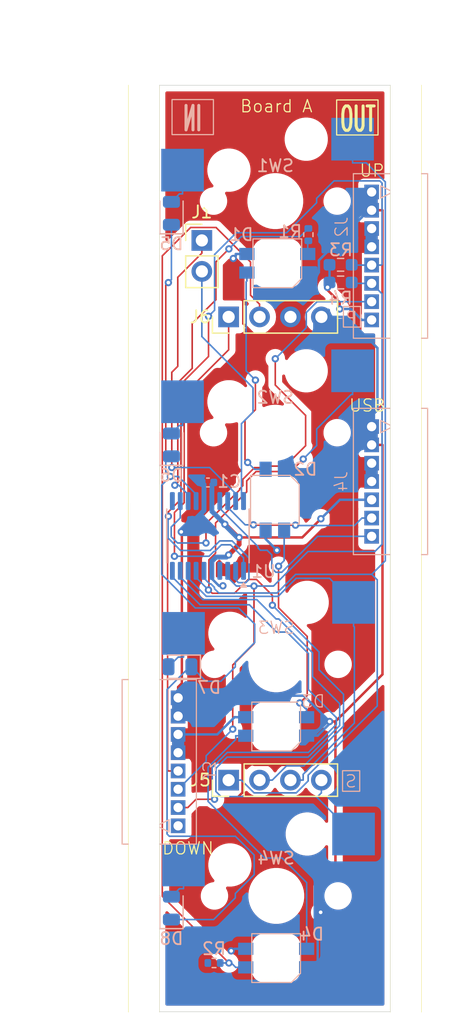
<source format=kicad_pcb>
(kicad_pcb (version 20240108) (generator "pcbnew") (generator_version "8.0")
  (layers (0 "F.Cu" signal) (1 "In1.Cu" signal) (2 "In2.Cu" signal) (31 "B.Cu" signal) (34 "B.Paste" user) (35 "F.Paste" user) (36 "B.SilkS" user "B.Silkscreen") (37 "F.SilkS" user "F.Silkscreen") (38 "B.Mask" user) (39 "F.Mask" user) (44 "Edge.Cuts" user))
  (net 0 "")
  (net 1 "Net-(D1-DOUT)")
  (net 2 "+5V")
  (net 3 "Net-(D1-DIN)")
  (net 4 "GND")
  (net 5 "Net-(D2-DOUT)")
  (net 6 "Net-(D3-DOUT)")
  (net 7 "/LED2")
  (net 8 "/SW1")
  (net 9 "/SW2")
  (net 10 "/SW3")
  (net 11 "/SW4")
  (net 12 "/SDA")
  (net 13 "+3.3V")
  (net 14 "/RDYout")
  (net 15 "/DP")
  (net 16 "/DM")
  (net 17 "/SWCLK")
  (net 18 "/SWDIO")
  (net 19 "/SCL")
  (net 20 "/RDYin")
  (net 21 "/LED")
  (net 22 "Net-(D5-A)")
  (net 24 "/COM1")
  (net 26 "Net-(D6-A)")
  (net 27 "Net-(D7-A)")
  (net 28 "Net-(D8-A)")
  (net 29 "/COM2")
  (footprint "Connector_PinHeader_2.54mm:PinHeader_1x04_P2.54mm_Vertical" (layer "F.Cu") (at 65.7 79 90)
    (property "Reference" "J6")
    (property "Value" "Conn_Proxy2")
  )
  (footprint "Library:CUT" (layer "F.Cu") (at 58.74 98.01)
    (property "Reference" "CUT1" (hide yes))
    (property "Value" "CUT" (hide yes))
  )
  (footprint "Connector_PinHeader_2.54mm:PinHeader_1x04_P2.54mm_Vertical" (layer "F.Cu") (at 65.7 117 90)
    (property "Reference" "J5")
    (property "Value" "Conn_Proxy1")
  )
  (footprint "Connector_PinHeader_2.54mm:PinHeader_1x02_P2.54mm_Vertical" (layer "F.Cu") (at 63.5 72.725)
    (property "Reference" "J1")
    (property "Value" "Conn_SWD")
  )
  (footprint "Library:CUT" (layer "F.Cu") (at 80.26 98.01)
    (property "Reference" "CUT2" (hide yes))
    (property "Value" "CUT" (hide yes))
  )
  (footprint "Library:SK6812MINIe (Reverse)" (layer "B.Cu") (at 69.604 131.6 180)
    (property "Reference" "D4")
    (property "Value" "SK6812MINIe")
  )
  (footprint "Diode_SMD:D_0805_2012Metric" (layer "B.Cu") (at 61 127.5 90)
    (property "Reference" "D8")
    (property "Value" "D")
  )
  (footprint "Library:Keyswitch" (layer "B.Cu") (at 69.535 88.5 180)
    (property "Reference" "SW2")
    (property "Value" "SW_Push")
  )
  (footprint "Resistor_SMD:R_0603_1608Metric_Pad0.98x0.95mm_HandSolder" (layer "B.Cu") (at 74.9 74.725 180)
    (property "Reference" "R3")
    (property "Value" "1K")
  )
  (footprint "Library:SK6812MINIe (Reverse)" (layer "B.Cu") (at 69.604 112.6 180)
    (property "Reference" "D3")
    (property "Value" "SK6812MINIe")
  )
  (footprint "Library:JST_S8B_ZR" (layer "B.Cu") (at 77.45 74 -90)
    (property "Reference" "J2")
    (property "Value" "Conn_Upstream")
  )
  (footprint "Library:Keyswitch" (layer "B.Cu") (at 69.615 126.5 180)
    (property "Reference" "SW4")
    (property "Value" "SW_Push")
  )
  (footprint "Library:SK6812MINIe (Reverse)" (layer "B.Cu") (at 69.7 74.6 180)
    (property "Reference" "D1")
    (property "Value" "SK6812MINIe")
  )
  (footprint "Resistor_SMD:R_0402_1005Metric" (layer "B.Cu") (at 64.5 132 180)
    (property "Reference" "R2")
    (property "Value" "510")
  )
  (footprint "Package_SO:TSSOP-20_4.4x6.5mm_P0.65mm" (layer "B.Cu") (at 64 96.9675 90)
    (property "Reference" "U1")
    (property "Value" "STM32F042F4Px")
  )
  (footprint "Library:Keyswitch" (layer "B.Cu") (at 69.615 107.5 180)
    (property "Reference" "SW3")
    (property "Value" "SW_Push")
  )
  (footprint "Resistor_SMD:R_0402_1005Metric" (layer "B.Cu") (at 72.25 72.25 -90)
    (property "Reference" "R1")
    (property "Value" "510")
  )
  (footprint "Library:JST_S7B_ZR" (layer "B.Cu") (at 77.45 92.5 -90)
    (property "Reference" "J4")
    (property "Value" "JST_ZH_7P")
  )
  (footprint "Resistor_SMD:R_0603_1608Metric_Pad0.98x0.95mm_HandSolder" (layer "B.Cu") (at 74.9 76.175 180)
    (property "Reference" "R4")
    (property "Value" "1K")
  )
  (footprint "Diode_SMD:D_0805_2012Metric" (layer "B.Cu") (at 61 70.5 90)
    (property "Reference" "D5")
    (property "Value" "D")
  )
  (footprint "Capacitor_SMD:C_0402_1005Metric" (layer "B.Cu") (at 64 92.583 180)
    (property "Reference" "C1")
    (property "Value" "0.1u")
  )
  (footprint "Library:Keyswitch" (layer "B.Cu") (at 69.535 69.5 180)
    (property "Reference" "SW1")
    (property "Value" "SW_Push")
  )
  (footprint "Library:JST_S8B_ZR" (layer "B.Cu") (at 61.55 115.5 90)
    (property "Reference" "J3")
    (property "Value" "Conn_Downstream")
  )
  (footprint "Diode_SMD:D_0805_2012Metric" (layer "B.Cu") (at 61 89.5 90)
    (property "Reference" "D6")
    (property "Value" "D")
  )
  (footprint "Library:SK6812MINIe (Reverse)" (layer "B.Cu") (at 69.5 94 -90)
    (property "Reference" "D2")
    (property "Value" "SK6812MINIe")
  )
  (footprint "Diode_SMD:D_0805_2012Metric" (layer "B.Cu") (at 61.7 107.7 180)
    (property "Reference" "D7")
    (property "Value" "D")
  )
  (gr_rect (start 61.05 61.17) (end 64.45 64.045) (stroke (width 0.1)) (fill none) (layer "B.SilkS"))
  (gr_rect (start 75.13 78.145) (end 76.54 79.835) (stroke (width 0.1)) (fill none) (layer "B.SilkS"))
  (gr_rect (start 75.06 116.225) (end 76.47 117.915) (stroke (width 0.1)) (fill none) (layer "B.SilkS"))
  (gr_rect (start 74.575 61.2) (end 77.975 64.075) (stroke (width 0.1)) (fill none) (layer "F.SilkS"))
  (gr_line (start 60 136) (end 60 60) (stroke (width 0.05)) (layer "Edge.Cuts"))
  (gr_line (start 79 136) (end 60 136) (stroke (width 0.05)) (layer "Edge.Cuts"))
  (gr_line (start 79 60) (end 79 136) (stroke (width 0.05)) (layer "Edge.Cuts"))
  (gr_line (start 60 60) (end 79 60) (stroke (width 0.05)) (layer "Edge.Cuts"))
  (gr_text "S" (at 76.29 117.685 0) (layer "B.SilkS") (effects (font (size 1 1) (thickness 0.1)) (justify left bottom mirror)))
  (gr_text "P" (at 76.36 79.675 0) (layer "B.SilkS") (effects (font (size 1 1) (thickness 0.1)) (justify left bottom mirror)))
  (gr_text "IN" (at 63.65 63.91 0) (layer "B.SilkS") (effects (font (size 2 1) (thickness 0.25) (bold yes)) (justify left bottom mirror)))
  (gr_text "DOWN" (at 60.17 123.18 0) (layer "F.SilkS") (effects (font (size 1 1) (thickness 0.1)) (justify left bottom)))
  (gr_text "Board A" (at 66.58 62.3 0) (layer "F.SilkS") (effects (font (size 1 1) (thickness 0.1)) (justify left bottom)))
  (gr_text "OUT" (at 74.725 63.95 0) (layer "F.SilkS") (effects (font (size 2 1) (thickness 0.25) (bold yes)) (justify left bottom)))
  (gr_text "USB" (at 75.53 86.85 0) (layer "F.SilkS") (effects (font (size 1 1) (thickness 0.1)) (justify left bottom)))
  (gr_text "UP" (at 76.39 67.58 0) (layer "F.SilkS") (effects (font (size 1 1) (thickness 0.1)) (justify left bottom)))
  (segment (start 67.0451 87.4688) (end 67.8994 86.6145) (width 0.13) (layer "F.Cu") (net 1))
  (segment (start 67.8994 86.6145) (end 67.8994 84.1857) (width 0.13) (layer "F.Cu") (net 1))
  (segment (start 67.2643 90.9402) (end 67.0451 90.721) (width 0.13) (layer "F.Cu") (net 1))
  (segment (start 67.0451 90.721) (end 67.0451 87.4688) (width 0.13) (layer "F.Cu") (net 1))
  (via (at 67.8994 84.1857) (size 0.6) (drill 0.3) (layers "F.Cu" "B.Cu") (net 1))
  (via (at 67.2643 90.9402) (size 0.6) (drill 0.3) (layers "F.Cu" "B.Cu") (net 1))
  (segment (start 68.738 91.5) (end 67.8241 91.5) (width 0.13) (layer "B.Cu") (net 1))
  (segment (start 67.138 76.1191) (end 67.2 76.0571) (width 0.13) (layer "B.Cu") (net 1))
  (segment (start 67.8994 84.1857) (end 67.138 83.4243) (width 0.13) (layer "B.Cu") (net 1))
  (segment (start 67.8241 91.5) (end 67.2643 90.9402) (width 0.13) (layer "B.Cu") (net 1))
  (segment (start 67.138 83.4243) (end 67.138 76.1191) (width 0.13) (layer "B.Cu") (net 1))
  (segment (start 67.2 75.362) (end 67.2 76.0571) (width 0.13) (layer "B.Cu") (net 1))
  (segment (start 76.825 92.5) (end 77.4349 91.8901) (width 0.2) (layer "F.Cu") (net 2))
  (segment (start 77.4349 91.8901) (end 77.45 91.8901) (width 0.2) (layer "F.Cu") (net 2))
  (segment (start 61.55 113.25) (end 61.55 114.75) (width 1) (layer "F.Cu") (net 2))
  (segment (start 72.45 73.05) (end 73.75 71.75) (width 1) (layer "F.Cu") (net 2))
  (segment (start 66.0837 74.2064) (end 66.9035 75.0262) (width 0.2) (layer "F.Cu") (net 2))
  (segment (start 73.75 71.75) (end 77.45 71.75) (width 1) (layer "F.Cu") (net 2))
  (segment (start 74.5 94.2) (end 76.2 92.5) (width 1) (layer "F.Cu") (net 2))
  (segment (start 62.8 85.6677) (end 62.8 108.92) (width 1) (layer "F.Cu") (net 2))
  (segment (start 66.8402 115.2047) (end 66.8402 118.0194) (width 0.2) (layer "F.Cu") (net 2))
  (segment (start 77.45 91) (end 74.8151 91) (width 1) (layer "F.Cu") (net 2))
  (segment (start 67.8791 115.35) (end 71.3289 115.35) (width 1) (layer "F.Cu") (net 2))
  (segment (start 73 113.679) (end 73 104.792) (width 1) (layer "F.Cu") (net 2))
  (segment (start 74.5 103.292) (end 74.5 98.2526) (width 1) (layer "F.Cu") (net 2))
  (segment (start 62.84 108.96) (end 62.84 113.04) (width 1) (layer "F.Cu") (net 2))
  (segment (start 66.095 83.685) (end 64.7827 83.685) (width 1) (layer "F.Cu") (net 2))
  (segment (start 76.115 82.685) (end 76.115 78.677228) (width 1) (layer "F.Cu") (net 2))
  (segment (start 74.5 98.2526) (end 74.5 94.2) (width 1) (layer "F.Cu") (net 2))
  (segment (start 70.78 79) (end 68.5656 81.2144) (width 1) (layer "F.Cu") (net 2))
  (segment (start 66.9035 79.5523) (end 68.5656 81.2144) (width 0.2) (layer "F.Cu") (net 2))
  (segment (start 71.3289 115.35) (end 73 113.679) (width 1) (layer "F.Cu") (net 2))
  (segment (start 62.84 113.04) (end 62.63 113.25) (width 1) (layer "F.Cu") (net 2))
  (segment (start 76.2 92.5) (end 76.825 92.5) (width 1) (layer "F.Cu") (net 2))
  (segment (start 62.8 108.92) (end 62.84 108.96) (width 1) (layer "F.Cu") (net 2))
  (segment (start 72.9887 89.1736) (end 72.9887 85.8113) (width 1) (layer "F.Cu") (net 2))
  (segment (start 76.15 78.642228) (end 76.15 73.25) (width 1) (layer "F.Cu") (net 2))
  (segment (start 73 104.792) (end 74.5 103.292) (width 1) (layer "F.Cu") (net 2))
  (segment (start 77.45 71.75) (end 76.05 71.75) (width 1) (layer "F.Cu") (net 2))
  (segment (start 67.287 114.7579) (end 67.8791 115.35) (width 1) (layer "F.Cu") (net 2))
  (segment (start 76.15 73.25) (end 77.45 73.25) (width 1) (layer "F.Cu") (net 2))
  (segment (start 77.45 91) (end 77.45 92.5) (width 1) (layer "F.Cu") (net 2))
  (segment (start 64.7827 83.685) (end 62.8 85.6677) (width 1) (layer "F.Cu") (net 2))
  (segment (start 70.78 79) (end 72.45 77.33) (width 1) (layer "F.Cu") (net 2))
  (segment (start 76.825 92.5) (end 77.45 92.5) (width 1) (layer "F.Cu") (net 2))
  (segment (start 74.5 98.2526) (end 69.77511 98.2526) (width 0.2) (layer "F.Cu") (net 2))
  (segment (start 77.45 71.75) (end 77.45 73.25) (width 1) (layer "F.Cu") (net 2))
  (segment (start 63.0409 121.8187) (end 63.0409 128.1377) (width 0.2) (layer "F.Cu") (net 2))
  (segment (start 61.55 114.75) (end 67.2791 114.75) (width 1) (layer "F.Cu") (net 2))
  (segment (start 62.63 113.25) (end 61.55 113.25) (width 1) (layer "F.Cu") (net 2))
  (segment (start 69.77511 98.2526) (end 69.66341 98.1409) (width 0.2) (layer "F.Cu") (net 2))
  (segment (start 67.287 114.7579) (end 66.8402 115.2047) (width 0.2) (layer "F.Cu") (net 2))
  (segment (start 74.8151 91) (end 72.9887 89.1736) (width 1) (layer "F.Cu") (net 2))
  (segment (start 77.45 91) (end 77.45 91.8901) (width 0.2) (layer "F.Cu") (net 2))
  (segment (start 67.2791 114.75) (end 67.287 114.7579) (width 1) (layer "F.Cu") (net 2))
  (segment (start 63.0409 128.1377) (end 65.9106 131.0074) (width 0.2) (layer "F.Cu") (net 2))
  (segment (start 76.115 78.677228) (end 76.15 78.642228) (width 1) (layer "F.Cu") (net 2))
  (segment (start 68.5656 81.2144) (end 66.095 83.685) (width 1) (layer "F.Cu") (net 2))
  (segment (start 72.9887 85.8113) (end 76.115 82.685) (width 1) (layer "F.Cu") (net 2))
  (segment (start 66.9035 75.0262) (end 66.9035 79.5523) (width 0.2) (layer "F.Cu") (net 2))
  (segment (start 66.8402 118.0194) (end 63.0409 121.8187) (width 0.2) (layer "F.Cu") (net 2))
  (segment (start 72.45 77.33) (end 72.45 73.05) (width 1) (layer "F.Cu") (net 2))
  (via (at 66.0837 74.2064) (size 0.6) (drill 0.3) (layers "F.Cu" "B.Cu") (net 2))
  (via (at 69.66341 98.1409) (size 0.6) (drill 0.3) (layers "F.Cu" "B.Cu") (net 2))
  (via (at 65.9106 131.0074) (size 0.6) (drill 0.3) (layers "F.Cu" "B.Cu") (net 2))
  (segment (start 67.104 130.838) (end 66.1889 130.838) (width 0.2) (layer "B.Cu") (net 2))
  (segment (start 66.1889 111.838) (end 66.1835 111.838) (width 0.2) (layer "B.Cu") (net 2))
  (segment (start 77.45 71.75) (end 77.45 73.25) (width 1) (layer "B.Cu") (net 2))
  (segment (start 68.738 96.5) (end 68.738 97.21549) (width 0.2) (layer "B.Cu") (net 2))
  (segment (start 66.1835 111.838) (end 64.7715 113.25) (width 0.2) (layer "B.Cu") (net 2))
  (segment (start 68.738 97.21549) (end 69.66341 98.1409) (width 0.2) (layer "B.Cu") (net 2))
  (segment (start 67.104 111.838) (end 66.1889 111.838) (width 0.2) (layer "B.Cu") (net 2))
  (segment (start 66.2849 74.0052) (end 66.0837 74.2064) (width 0.2) (layer "B.Cu") (net 2))
  (segment (start 77.45 91) (end 77.45 92.5) (width 1) (layer "B.Cu") (net 2))
  (segment (start 66.0195 131.0074) (end 66.1889 130.838) (width 0.2) (layer "B.Cu") (net 2))
  (segment (start 61.55 113.25) (end 61.55 114.75) (width 1) (layer "B.Cu") (net 2))
  (segment (start 66.2849 73.838) (end 66.2849 74.0052) (width 0.2) (layer "B.Cu") (net 2))
  (segment (start 65.9106 131.0074) (end 66.0195 131.0074) (width 0.2) (layer "B.Cu") (net 2))
  (segment (start 67.2 73.838) (end 66.2849 73.838) (width 0.2) (layer "B.Cu") (net 2))
  (segment (start 64.7715 113.25) (end 61.55 113.25) (width 0.2) (layer "B.Cu") (net 2))
  (segment (start 72.2 72.81) (end 72.2 73.838) (width 0.13) (layer "B.Cu") (net 3))
  (segment (start 72.25 72.76) (end 72.2 72.81) (width 0.13) (layer "B.Cu") (net 3))
  (segment (start 74.4754 124.5439) (end 73.2606 125.7587) (width 0.2) (layer "F.Cu") (net 4))
  (segment (start 74.4754 112.19) (end 74.4754 124.5439) (width 0.2) (layer "F.Cu") (net 4))
  (segment (start 61.55 109.3599) (end 61.8574 109.0525) (width 0.2) (layer "F.Cu") (net 4))
  (segment (start 61.8574 96.6827) (end 61.8066 96.6319) (width 0.2) (layer "F.Cu") (net 4))
  (segment (start 74.4754 112.19) (end 73.9968 112.19) (width 0.2) (layer "F.Cu") (net 4))
  (segment (start 77.45 88) (end 77.45 89.5) (width 1) (layer "F.Cu") (net 4))
  (segment (start 77.45 88) (end 77.45 87.1099) (width 0.2) (layer "F.Cu") (net 4))
  (segment (start 78.3401 108.3253) (end 74.4754 112.19) (width 0.2) (layer "F.Cu") (net 4))
  (segment (start 77.45 68.75) (end 77.45 70.25) (width 1) (layer "F.Cu") (net 4))
  (segment (start 77.45 70.25) (end 78.3401 70.25) (width 0.2) (layer "F.Cu") (net 4))
  (segment (start 73.2606 125.7587) (end 73.2606 127.8436) (width 0.2) (layer "F.Cu") (net 4))
  (segment (start 78.3401 86.2198) (end 77.45 87.1099) (width 0.2) (layer "F.Cu") (net 4))
  (segment (start 61.8574 109.0525) (end 61.8574 96.6827) (width 0.2) (layer "F.Cu") (net 4))
  (segment (start 78.3401 70.25) (end 78.3401 86.2198) (width 0.2) (layer "F.Cu") (net 4))
  (segment (start 61.55 110.25) (end 61.55 111.75) (width 1) (layer "F.Cu") (net 4))
  (segment (start 61.55 110.25) (end 61.55 109.3599) (width 0.2) (layer "F.Cu") (net 4))
  (segment (start 78.3401 89.5) (end 78.3401 108.3253) (width 0.2) (layer "F.Cu") (net 4))
  (segment (start 77.45 89.5) (end 78.3401 89.5) (width 0.2) (layer "F.Cu") (net 4))
  (via (at 73.2606 127.8436) (size 0.6) (drill 0.3) (layers "F.Cu" "B.Cu") (net 4))
  (via (at 61.8066 96.6319) (size 0.6) (drill 0.3) (layers "F.Cu" "B.Cu") (net 4))
  (via (at 73.9968 112.19) (size 0.6) (drill 0.3) (layers "F.Cu" "B.Cu") (net 4))
  (segment (start 77.9252 86.6347) (end 77.9252 81.5473) (width 0.2) (layer "B.Cu") (net 4))
  (segment (start 73.0191 132.35) (end 73.0191 128.0851) (width 0.2) (layer "B.Cu") (net 4))
  (segment (start 77.3738 70.1737) (end 77.3737 70.1737) (width 0.2) (layer "B.Cu") (net 4))
  (segment (start 77.45 68.75) (end 77.45 70.25) (width 1) (layer "B.Cu") (net 4))
  (segment (start 73.1151 74.357322) (end 77.222422 70.25) (width 0.2) (layer "B.Cu") (net 4))
  (segment (start 63.675 92.738) (end 63.675 94.105) (width 0.4) (layer "B.Cu") (net 4))
  (segment (start 77.45 87.1099) (end 77.9252 86.6347) (width 0.2) (layer "B.Cu") (net 4))
  (segment (start 72.2 75.35) (end 73.1151 75.35) (width 0.2) (layer "B.Cu") (net 4))
  (segment (start 73.9968 112.19) (end 73.9968 112.3723) (width 0.2) (layer "B.Cu") (net 4))
  (segment (start 77.45 70.25) (end 77.3738 70.1737) (width 0.2) (layer "B.Cu") (net 4))
  (segment (start 71.8814 110.0746) (end 70.6961 110.0746) (width 0.2) (layer "B.Cu") (net 4))
  (segment (start 77.222422 70.25) (end 77.45 70.25) (width 0.2) (layer "B.Cu") (net 4))
  (segment (start 77.3737 69.7164) (end 77.45 69.6401) (width 0.2) (layer "B.Cu") (net 4))
  (segment (start 63.675 92.738) (end 63.52 92.583) (width 0.2) (layer "B.Cu") (net 4))
  (segment (start 74.5599 91.5) (end 71.0401 91.5) (width 0.2) (layer "B.Cu") (net 4))
  (segment (start 77.45 88) (end 77.45 89.5) (width 1) (layer "B.Cu") (net 4))
  (segment (start 77.9252 81.5473) (end 75.3779 79) (width 0.2) (layer "B.Cu") (net 4))
  (segment (start 70.5207 110.25) (end 61.55 110.25) (width 0.2) (layer "B.Cu") (net 4))
  (segment (start 76.5599 89.5) (end 74.5599 91.5) (width 0.2) (layer "B.Cu") (net 4))
  (segment (start 75.3779 79) (end 73.32 79) (width 0.2) (layer "B.Cu") (net 4))
  (segment (start 73.9968 112.19) (end 71.8814 110.0746) (width 0.2) (layer "B.Cu") (net 4))
  (segment (start 72.104 113.35) (end 73.0191 113.35) (width 0.2) (layer "B.Cu") (net 4))
  (segment (start 77.3737 70.1737) (end 77.3737 69.7164) (width 0.2) (layer "B.Cu") (net 4))
  (segment (start 77.45 89.5) (end 76.5599 89.5) (width 0.2) (layer "B.Cu") (net 4))
  (segment (start 61.931336 96.6319) (end 63.675 94.888236) (width 0.4) (layer "B.Cu") (net 4))
  (segment (start 70.25 91.5) (end 71.0401 91.5) (width 0.2) (layer "B.Cu") (net 4))
  (segment (start 70.6961 110.0746) (end 70.5207 110.25) (width 0.2) (layer "B.Cu") (net 4))
  (segment (start 72.104 132.35) (end 73.0191 132.35) (width 0.2) (layer "B.Cu") (net 4))
  (segment (start 63.675 94.888236) (end 63.675 94.105) (width 0.4) (layer "B.Cu") (net 4))
  (segment (start 77.45 88) (end 77.45 87.1099) (width 0.2) (layer "B.Cu") (net 4))
  (segment (start 73.9968 112.3723) (end 73.0191 113.35) (width 0.2) (layer "B.Cu") (net 4))
  (segment (start 61.8066 96.6319) (end 61.931336 96.6319) (width 0.4) (layer "B.Cu") (net 4))
  (segment (start 61.55 110.25) (end 61.55 111.75) (width 1) (layer "B.Cu") (net 4))
  (segment (start 73.0191 128.0851) (end 73.2606 127.8436) (width 0.2) (layer "B.Cu") (net 4))
  (segment (start 77.45 68.75) (end 77.45 69.6401) (width 0.2) (layer "B.Cu") (net 4))
  (segment (start 73.1151 75.35) (end 73.1151 74.357322) (width 0.2) (layer "B.Cu") (net 4))
  (segment (start 72.1573 110.056) (end 71.5445 110.6688) (width 0.13) (layer "F.Cu") (net 5))
  (segment (start 69.7998 99.451) (end 69.7998 102.8545) (width 0.13) (layer "F.Cu") (net 5))
  (segment (start 72.1573 105.212) (end 72.1573 110.056) (width 0.13) (layer "F.Cu") (net 5))
  (segment (start 69.7998 102.8545) (end 72.1573 105.212) (width 0.13) (layer "F.Cu") (net 5))
  (via (at 71.5445 110.6688) (size 0.6) (drill 0.3) (layers "F.Cu" "B.Cu") (net 5))
  (via (at 69.7998 99.451) (size 0.6) (drill 0.3) (layers "F.Cu" "B.Cu") (net 5))
  (segment (start 72.0186 111.1429) (end 72.104 111.1429) (width 0.13) (layer "B.Cu") (net 5))
  (segment (start 70.262 96.5) (end 70.262 98.9888) (width 0.13) (layer "B.Cu") (net 5))
  (segment (start 72.104 111.838) (end 72.104 111.1429) (width 0.13) (layer "B.Cu") (net 5))
  (segment (start 71.5445 110.6688) (end 72.0186 111.1429) (width 0.13) (layer "B.Cu") (net 5))
  (segment (start 70.262 98.9888) (end 69.7998 99.451) (width 0.13) (layer "B.Cu") (net 5))
  (segment (start 72.1137 125.4111) (end 72.1137 130.1332) (width 0.13) (layer "B.Cu") (net 6))
  (segment (start 64.0113 115.9391) (end 64.0113 118.7462) (width 0.13) (layer "B.Cu") (net 6))
  (segment (start 70.0928 123.3902) (end 72.1137 125.4111) (width 0.13) (layer "B.Cu") (net 6))
  (segment (start 66.2839 113.6665) (end 64.0113 115.9391) (width 0.13) (layer "B.Cu") (net 6))
  (segment (start 66.2839 113.362) (end 66.2839 113.6665) (width 0.13) (layer "B.Cu") (net 6))
  (segment (start 68.6553 123.3902) (end 70.0928 123.3902) (width 0.13) (layer "B.Cu") (net 6))
  (segment (start 64.0113 118.7462) (end 68.6553 123.3902) (width 0.13) (layer "B.Cu") (net 6))
  (segment (start 67.104 113.362) (end 66.2839 113.362) (width 0.13) (layer "B.Cu") (net 6))
  (segment (start 72.104 130.838) (end 72.104 130.1429) (width 0.13) (layer "B.Cu") (net 6))
  (segment (start 72.1137 130.1332) (end 72.104 130.1429) (width 0.13) (layer "B.Cu") (net 6))
  (segment (start 64.6671 71.6641) (end 62.5771 71.6641) (width 0.13) (layer "F.Cu") (net 7))
  (segment (start 67.501 74.498) (end 64.6671 71.6641) (width 0.13) (layer "F.Cu") (net 7))
  (segment (start 60.2515 126.529) (end 65.7225 132) (width 0.13) (layer "F.Cu") (net 7))
  (segment (start 68.24 79) (end 68.24 77.9549) (width 0.13) (layer "F.Cu") (net 7))
  (segment (start 67.501 77.2159) (end 67.501 74.498) (width 0.13) (layer "F.Cu") (net 7))
  (segment (start 62.5771 71.6641) (end 60.2515 73.9897) (width 0.13) (layer "F.Cu") (net 7))
  (segment (start 68.24 77.9549) (end 67.501 77.2159) (width 0.13) (layer "F.Cu") (net 7))
  (segment (start 60.2515 73.9897) (end 60.2515 126.529) (width 0.13) (layer "F.Cu") (net 7))
  (via (at 65.7225 132) (size 0.6) (drill 0.3) (layers "F.Cu" "B.Cu") (net 7))
  (segment (start 65.7225 132) (end 65.9219 132) (width 0.13) (layer "B.Cu") (net 7))
  (segment (start 65.9219 132) (end 66.2839 132.362) (width 0.13) (layer "B.Cu") (net 7))
  (segment (start 65.01 132) (end 65.7225 132) (width 0.13) (layer "B.Cu") (net 7))
  (segment (start 67.104 132.362) (end 66.2839 132.362) (width 0.13) (layer "B.Cu") (net 7))
  (segment (start 66.7451 117) (end 67.7902 118.0451) (width 0.13) (layer "B.Cu") (net 8))
  (segment (start 78.5751 98.9992) (end 78.5751 67.9275) (width 0.13) (layer "B.Cu") (net 8))
  (segment (start 77.0127 66.3651) (end 75.885 66.3651) (width 0.13) (layer "B.Cu") (net 8))
  (segment (start 64.5357 101.2922) (end 64.5357 101.1924) (width 0.13) (layer "B.Cu") (net 8))
  (segment (start 77.9102 100.5723) (end 77.4561 100.1182) (width 0.13) (layer "B.Cu") (net 8))
  (segment (start 72.2341 117.0673) (end 72.2341 116.591) (width 0.13) (layer "B.Cu") (net 8))
  (segment (start 78.5751 67.9275) (end 77.0127 66.3651) (width 0.13) (layer "B.Cu") (net 8))
  (segment (start 65.7 117) (end 66.7451 117) (width 0.13) (layer "B.Cu") (net 8))
  (segment (start 71.2079 100.1182) (end 69.6759 101.6502) (width 0.13) (layer "B.Cu") (net 8))
  (segment (start 71.2563 118.0451) (end 72.2341 117.0673) (width 0.13) (layer "B.Cu") (net 8))
  (segment (start 63.675 100.4315) (end 63.675 99.83) (width 0.13) (layer "B.Cu") (net 8))
  (segment (start 72.2341 116.591) (end 77.9102 110.9149) (width 0.13) (layer "B.Cu") (net 8))
  (segment (start 75.885 64.42) (end 75.885 66.3651) (width 0.13) (layer "B.Cu") (net 8))
  (segment (start 77.4561 100.1182) (end 71.2079 100.1182) (width 0.13) (layer "B.Cu") (net 8))
  (segment (start 64.8937 101.6502) (end 64.5357 101.2922) (width 0.13) (layer "B.Cu") (net 8))
  (segment (start 77.9102 110.9149) (end 77.9102 100.5723) (width 0.13) (layer "B.Cu") (net 8))
  (segment (start 64.1459 100.9024) (end 63.675 100.4315) (width 0.13) (layer "B.Cu") (net 8))
  (segment (start 77.4561 100.1182) (end 78.5751 98.9992) (width 0.13) (layer "B.Cu") (net 8))
  (segment (start 67.7902 118.0451) (end 71.2563 118.0451) (width 0.13) (layer "B.Cu") (net 8))
  (segment (start 64.5357 101.1924) (end 64.2457 100.9024) (width 0.13) (layer "B.Cu") (net 8))
  (segment (start 69.6759 101.6502) (end 64.8937 101.6502) (width 0.13) (layer "B.Cu") (net 8))
  (segment (start 64.2457 100.9024) (end 64.1459 100.9024) (width 0.13) (layer "B.Cu") (net 8))
  (segment (start 70.8047 91.685) (end 71.8277 90.662) (width 0.13) (layer "F.Cu") (net 9))
  (segment (start 64.3593 101.6753) (end 64.0815 101.3975) (width 0.13) (layer "F.Cu") (net 9))
  (segment (start 64.0815 101.3975) (end 64.0406 101.3975) (width 0.13) (layer "F.Cu") (net 9))
  (segment (start 66.1753 101.6753) (end 64.3593 101.6753) (width 0.13) (layer "F.Cu") (net 9))
  (segment (start 67.185 93.348322) (end 67.185 92.455309) (width 0.13) (layer "F.Cu") (net 9))
  (segment (start 67.3123 100.5383) (end 66.1753 101.6753) (width 0.13) (layer "F.Cu") (net 9))
  (segment (start 69.2975 102.6535) (end 69.2975 101.8472) (width 0.13) (layer "F.Cu") (net 9))
  (segment (start 67.9886 100.5383) (end 67.3123 100.5383) (width 0.13) (layer "F.Cu") (net 9))
  (segment (start 67.195154 92.445154) (end 67.955309 91.685) (width 0.13) (layer "F.Cu") (net 9))
  (segment (start 64.0815 98.926932) (end 64.625 98.383432) (width 0.13) (layer "F.Cu") (net 9))
  (segment (start 64.0815 101.3975) (end 64.0815 98.926932) (width 0.13) (layer "F.Cu") (net 9))
  (segment (start 64.625 95.975) (end 64.625 95.908322) (width 0.13) (layer "F.Cu") (net 9))
  (segment (start 67.185 92.455309) (end 67.195154 92.445154) (width 0.13) (layer "F.Cu") (net 9))
  (segment (start 69.2975 101.8472) (end 67.9886 100.5383) (width 0.13) (layer "F.Cu") (net 9))
  (segment (start 64.625 98.383432) (end 64.625 95.975) (width 0.13) (layer "F.Cu") (net 9))
  (segment (start 64.625 95.908322) (end 67.185 93.348322) (width 0.13) (layer "F.Cu") (net 9))
  (segment (start 67.955309 91.685) (end 70.8047 91.685) (width 0.13) (layer "F.Cu") (net 9))
  (via (at 64.0406 101.3975) (size 0.6) (drill 0.3) (layers "F.Cu" "B.Cu") (net 9))
  (via (at 69.2975 102.6535) (size 0.6) (drill 0.3) (layers "F.Cu" "B.Cu") (net 9))
  (via (at 71.8277 90.662) (size 0.6) (drill 0.3) (layers "F.Cu" "B.Cu") (net 9))
  (segment (start 73.1277 106.4836) (end 73.1276 106.4836) (width 0.13) (layer "B.Cu") (net 9))
  (segment (start 68.24 117) (end 69.2851 117) (width 0.13) (layer "B.Cu") (net 9))
  (segment (start 73.1277 107.9472) (end 73.1277 106.4836) (width 0.13) (layer "B.Cu") (net 9))
  (segment (start 72.9349 89.5548) (end 72.9349 88.1936) (width 0.13) (layer "B.Cu") (net 9))
  (segment (start 72.9349 88.1936) (end 75.7634 85.3651) (width 0.13) (layer "B.Cu") (net 9))
  (segment (start 63.025 100.3819) (end 64.0406 101.3975) (width 0.13) (layer "B.Cu") (net 9))
  (segment (start 69.2851 117) (end 70.4502 115.8349) (width 0.13) (layer "B.Cu") (net 9))
  (segment (start 75.137 112.5762) (end 75.137 109.9565) (width 0.13) (layer "B.Cu") (net 9))
  (segment (start 63.025 99.83) (end 63.025 100.3819) (width 0.13) (layer "B.Cu") (net 9))
  (segment (start 71.8277 90.662) (end 72.9349 89.5548) (width 0.13) (layer "B.Cu") (net 9))
  (segment (start 75.137 109.9565) (end 73.1277 107.9472) (width 0.13) (layer "B.Cu") (net 9))
  (segment (start 75.7634 85.3651) (end 75.885 85.3651) (width 0.13) (layer "B.Cu") (net 9))
  (segment (start 73.1276 106.4836) (end 69.2975 102.6535) (width 0.13) (layer "B.Cu") (net 9))
  (segment (start 70.4502 115.8349) (end 71.8783 115.8349) (width 0.13) (layer "B.Cu") (net 9))
  (segment (start 75.885 83.42) (end 75.885 85.3651) (width 0.13) (layer "B.Cu") (net 9))
  (segment (start 71.8783 115.8349) (end 75.137 112.5762) (width 0.13) (layer "B.Cu") (net 9))
  (segment (start 75.965 102.42) (end 75.965 104.3651) (width 0.13) (layer "B.Cu") (net 10))
  (segment (start 71.8251 116.5218) (end 76.0299 112.317) (width 0.13) (layer "B.Cu") (net 10))
  (segment (start 76.0299 104.43) (end 75.965 104.3651) (width 0.13) (layer "B.Cu") (net 10))
  (segment (start 73.9884 100.4434) (end 71.2505 100.4434) (width 0.13) (layer "B.Cu") (net 10))
  (segment (start 70.78 117) (end 71.8251 117) (width 0.13) (layer "B.Cu") (net 10))
  (segment (start 63.8705 101.9274) (end 62.375 100.4319) (width 0.13) (layer "B.Cu") (net 10))
  (segment (start 75.965 102.42) (end 73.9884 100.4434) (width 0.13) (layer "B.Cu") (net 10))
  (segment (start 62.375 100.4319) (end 62.375 99.83) (width 0.13) (layer "B.Cu") (net 10))
  (segment (start 76.0299 112.317) (end 76.0299 104.43) (width 0.13) (layer "B.Cu") (net 10))
  (segment (start 71.2505 100.4434) (end 69.7665 101.9274) (width 0.13) (layer "B.Cu") (net 10))
  (segment (start 71.8251 117) (end 71.8251 116.5218) (width 0.13) (layer "B.Cu") (net 10))
  (segment (start 69.7665 101.9274) (end 63.8705 101.9274) (width 0.13) (layer "B.Cu") (net 10))
  (segment (start 65.5752 115.1136) (end 72.2317 115.1136) (width 0.13) (layer "B.Cu") (net 11))
  (segment (start 73.32 117) (end 73.32 118.0451) (width 0.13) (layer "B.Cu") (net 11))
  (segment (start 64.6548 117.9308) (end 64.6548 116.034) (width 0.13) (layer "B.Cu") (net 11))
  (segment (start 72.9551 118.41) (end 72.8955 118.3505) (width 0.13) (layer "B.Cu") (net 11))
  (segment (start 72.2317 115.1136) (end 74.8217 112.5236) (width 0.13) (layer "B.Cu") (net 11))
  (segment (start 74.8217 112.5236) (end 74.8217 110.7277) (width 0.13) (layer "B.Cu") (net 11))
  (segment (start 75.965 121.42) (end 72.9551 118.41) (width 0.13) (layer "B.Cu") (net 11))
  (segment (start 74.8217 110.7277) (end 72.5984 108.5044) (width 0.13) (layer "B.Cu") (net 11))
  (segment (start 63.5694 102.1876) (end 61.725 100.3432) (width 0.13) (layer "B.Cu") (net 11))
  (segment (start 68.0076 102.1876) (end 63.5694 102.1876) (width 0.13) (layer "B.Cu") (net 11))
  (segment (start 61.725 100.3432) (end 61.725 99.83) (width 0.13) (layer "B.Cu") (net 11))
  (segment (start 69.8241 103.779) (end 69.599 103.779) (width 0.13) (layer "B.Cu") (net 11))
  (segment (start 72.9551 118.41) (end 73.32 118.0451) (width 0.13) (layer "B.Cu") (net 11))
  (segment (start 72.5984 108.5044) (end 72.5984 106.5533) (width 0.13) (layer "B.Cu") (net 11))
  (segment (start 72.8955 118.3505) (end 65.0745 118.3505) (width 0.13) (layer "B.Cu") (net 11))
  (segment (start 69.599 103.779) (end 68.0076 102.1876) (width 0.13) (layer "B.Cu") (net 11))
  (segment (start 72.5984 106.5533) (end 69.8241 103.779) (width 0.13) (layer "B.Cu") (net 11))
  (segment (start 64.6548 116.034) (end 65.5752 115.1136) (width 0.13) (layer "B.Cu") (net 11))
  (segment (start 65.0745 118.3505) (end 64.6548 117.9308) (width 0.13) (layer "B.Cu") (net 11))
  (segment (start 60.6853 95.4235) (end 60.7531 95.3557) (width 0.13) (layer "F.Cu") (net 12))
  (segment (start 64.0479 82.2454) (end 61.7846 84.5087) (width 0.13) (layer "F.Cu") (net 12))
  (segment (start 60.6853 116.1804) (end 60.6853 95.4235) (width 0.13) (layer "F.Cu") (net 12))
  (segment (start 61.7846 93.9564) (end 60.7531 94.9879) (width 0.13) (layer "F.Cu") (net 12))
  (segment (start 61.55 116.25) (end 60.7549 116.25) (width 0.13) (layer "F.Cu") (net 12))
  (segment (start 61.7846 84.5087) (end 61.7846 93.9564) (width 0.13) (layer "F.Cu") (net 12))
  (segment (start 60.7531 94.9879) (end 60.7531 95.3557) (width 0.13) (layer "F.Cu") (net 12))
  (segment (start 60.7549 116.25) (end 60.6853 116.1804) (width 0.13) (layer "F.Cu") (net 12))
  (segment (start 64.0479 78.9494) (end 64.0479 82.2454) (width 0.13) (layer "F.Cu") (net 12))
  (via (at 64.0479 78.9494) (size 0.6) (drill 0.3) (layers "F.Cu" "B.Cu") (net 12))
  (via (at 60.7531 95.3557) (size 0.6) (drill 0.3) (layers "F.Cu" "B.Cu") (net 12))
  (segment (start 60.7531 95.3557) (end 60.7228 95.386) (width 0.13) (layer "B.Cu") (net 12))
  (segment (start 64.97146 97.375) (end 65.98566 97.375) (width 0.13) (layer "B.Cu") (net 12))
  (segment (start 78.1212 67.8414) (end 78.3052 68.0254) (width 0.13) (layer "B.Cu") (net 12))
  (segment (start 67.3671 98.78144) (end 67.3671 100.5459) (width 0.13) (layer "B.Cu") (net 12))
  (segment (start 74.3562 67.8414) (end 78.1212 67.8414) (width 0.13) (layer "B.Cu") (net 12))
  (segment (start 65.98566 97.375) (end 67.245 98.63434) (width 0.13) (layer "B.Cu") (net 12))
  (segment (start 72.9304 69.2672) (end 74.3562 67.8414) (width 0.13) (layer "B.Cu") (net 12))
  (segment (start 67.1149 100.7981) (end 66.505601 100.7981) (width 0.13) (layer "B.Cu") (net 12))
  (segment (start 78.3052 68.0254) (end 78.3052 74.6899) (width 0.13) (layer "B.Cu") (net 12))
  (segment (start 60.7228 95.386) (end 60.7228 97.1364) (width 0.13) (layer "B.Cu") (net 12))
  (segment (start 67.3671 100.5459) (end 67.1149 100.7981) (width 0.13) (layer "B.Cu") (net 12))
  (segment (start 64.0479 78.9494) (end 64.5452 78.4521) (width 0.13) (layer "B.Cu") (net 12))
  (segment (start 64.5452 78.4521) (end 64.5452 73.8789) (width 0.13) (layer "B.Cu") (net 12))
  (segment (start 67.245 98.63434) (end 67.245 98.65934) (width 0.13) (layer "B.Cu") (net 12))
  (segment (start 75.8375 74.75) (end 75.8125 74.725) (width 0.13) (layer "B.Cu") (net 12))
  (segment (start 78.3052 74.6899) (end 78.2451 74.75) (width 0.13) (layer "B.Cu") (net 12))
  (segment (start 66.505601 100.7981) (end 66.275 100.567499) (width 0.13) (layer "B.Cu") (net 12))
  (segment (start 72.9304 69.6303) (end 72.9304 69.2672) (width 0.13) (layer "B.Cu") (net 12))
  (segment (start 64.5452 73.8789) (end 66.3294 72.0947) (width 0.13) (layer "B.Cu") (net 12))
  (segment (start 77.45 74.75) (end 75.8375 74.75) (width 0.13) (layer "B.Cu") (net 12))
  (segment (start 70.466 72.0947) (end 72.9304 69.6303) (width 0.13) (layer "B.Cu") (net 12))
  (segment (start 67.245 98.65934) (end 67.3671 98.78144) (width 0.13) (layer "B.Cu") (net 12))
  (segment (start 64.18636 98.1601) (end 64.97146 97.375) (width 0.13) (layer "B.Cu") (net 12))
  (segment (start 60.7228 97.1364) (end 61.7465 98.1601) (width 0.13) (layer "B.Cu") (net 12))
  (segment (start 61.7465 98.1601) (end 64.18636 98.1601) (width 0.13) (layer "B.Cu") (net 12))
  (segment (start 66.275 100.567499) (end 66.275 99.83) (width 0.13) (layer "B.Cu") (net 12))
  (segment (start 77.45 74.75) (end 78.2451 74.75) (width 0.13) (layer "B.Cu") (net 12))
  (segment (start 66.3294 72.0947) (end 70.466 72.0947) (width 0.13) (layer "B.Cu") (net 12))
  (segment (start 71.7496 97.0909) (end 66.561 97.0909) (width 0.2) (layer "F.Cu") (net 13))
  (segment (start 73.2809 95.5596) (end 71.7496 97.0909) (width 0.2) (layer "F.Cu") (net 13))
  (segment (start 74.825 77.8) (end 74.825 78.35) (width 0.2) (layer "F.Cu") (net 13))
  (segment (start 73.825 76.575) (end 73.825 76.8) (width 0.2) (layer "F.Cu") (net 13))
  (segment (start 66.561 97.0909) (end 66.47226 97.0909) (width 0.4) (layer "F.Cu") (net 13))
  (segment (start 66.561 97.0909) (end 66.561 97.664) (width 0.4) (layer "F.Cu") (net 13))
  (segment (start 66.47226 97.0909) (end 65.392212 96.010852) (width 0.4) (layer "F.Cu") (net 13))
  (segment (start 66.561 97.664) (end 65.7 98.525) (width 0.4) (layer "F.Cu") (net 13))
  (segment (start 73.825 76.8) (end 74.825 77.8) (width 0.2) (layer "F.Cu") (net 13))
  (via (at 74.825 78.35) (size 0.6) (drill 0.3) (layers "F.Cu" "B.Cu") (net 13))
  (via (at 65.23 101.06) (size 0.6) (drill 0.3) (layers "F.Cu" "B.Cu") (net 13))
  (via (at 66.561 97.0909) (size 0.6) (drill 0.3) (layers "F.Cu" "B.Cu") (net 13))
  (via (at 73.2809 95.5596) (size 0.6) (drill 0.3) (layers "F.Cu" "B.Cu") (net 13))
  (via (at 65.392212 96.010852) (size 0.6) (drill 0.3) (layers "F.Cu" "B.Cu") (net 13))
  (via (at 73.825 76.575) (size 0.6) (drill 0.3) (layers "F.Cu" "B.Cu") (net 13))
  (via (at 65.7 98.525) (size 0.6) (drill 0.3) (layers "F.Cu" "B.Cu") (net 13))
  (segment (start 73.825 76.3375) (end 73.9875 76.175) (width 0.2) (layer "B.Cu") (net 13))
  (segment (start 64.325 100.479654) (end 64.902673 101.057327) (width 0.2) (layer "B.Cu") (net 13))
  (segment (start 75.75 78.35) (end 76.65 79.25) (width 0.2) (layer "B.Cu") (net 13))
  (segment (start 64.905346 101.06) (end 65.23 101.06) (width 0.2) (layer "B.Cu") (net 13))
  (segment (start 74.825 78.35) (end 75.75 78.35) (width 0.2) (layer "B.Cu") (net 13))
  (segment (start 64.325 99.83) (end 64.325 100.479654) (width 0.2) (layer "B.Cu") (net 13))
  (segment (start 73.9875 74.725) (end 73.9875 76.175) (width 0.2) (layer "B.Cu") (net 13))
  (segment (start 65.7 98.525) (end 65.5225 98.7025) (width 0.4) (layer "B.Cu") (net 13))
  (segment (start 64.325 100.4797) (end 64.325 99.83) (width 0.2) (layer "B.Cu") (net 13))
  (segment (start 64.325 92.738) (end 64.48 92.583) (width 0.2) (layer "B.Cu") (net 13))
  (segment (start 64.325 94.105) (end 64.325 94.94364) (width 0.4) (layer "B.Cu") (net 13))
  (segment (start 64.669264 98.7025) (end 64.325 99.046764) (width 0.4) (layer "B.Cu") (net 13))
  (segment (start 65.392212 96.075448) (end 65.392212 96.010852) (width 0.4) (layer "B.Cu") (net 13))
  (segment (start 64.325 99.046764) (end 64.325 99.83) (width 0.4) (layer "B.Cu") (net 13))
  (segment (start 73.825 76.575) (end 73.825 76.3375) (width 0.2) (layer "B.Cu") (net 13))
  (segment (start 66.407664 97.0909) (end 65.392212 96.075448) (width 0.4) (layer "B.Cu") (net 13))
  (segment (start 77.45 94) (end 74.8405 94) (width 0.2) (layer "B.Cu") (net 13))
  (segment (start 65.5225 98.7025) (end 64.669264 98.7025) (width 0.4) (layer "B.Cu") (net 13))
  (segment (start 76.65 79.25) (end 77.45 79.25) (width 0.2) (layer "B.Cu") (net 13))
  (segment (start 64.325 94.94364) (end 65.392212 96.010852) (width 0.4) (layer "B.Cu") (net 13))
  (segment (start 66.561 97.0909) (end 66.407664 97.0909) (width 0.4) (layer "B.Cu") (net 13))
  (segment (start 64.3251 100.4797) (end 64.325 100.4797) (width 0.2) (layer "B.Cu") (net 13))
  (segment (start 65.675 98.425) (end 65.6 98.5) (width 0.35) (layer "B.Cu") (net 13))
  (segment (start 74.8405 94) (end 73.2809 95.5596) (width 0.2) (layer "B.Cu") (net 13))
  (segment (start 64.325 92.738) (end 64.325 94.105) (width 0.4) (layer "B.Cu") (net 13))
  (segment (start 67.822761 91.365) (end 66.865 92.322761) (width 0.13) (layer "F.Cu") (net 14))
  (segment (start 66.865 92.322761) (end 66.865 92.844952) (width 0.13) (layer "F.Cu") (net 14))
  (segment (start 63.8392 95.9554) (end 63.8392 97.5451) (width 0.13) (layer "F.Cu") (net 14))
  (segment (start 66.6042 93.1904) (end 63.8392 95.9554) (width 0.13) (layer "F.Cu") (net 14))
  (segment (start 72.0249 87.0813) (end 72.0249 89.5639) (width 0.13) (layer "F.Cu") (net 14))
  (segment (start 66.6042 93.105752) (end 66.6042 93.1904) (width 0.13) (layer "F.Cu") (net 14))
  (segment (start 72.0249 89.5639) (end 70.3488 91.24) (width 0.13) (layer "F.Cu") (net 14))
  (segment (start 70.3488 91.24) (end 68.469952 91.24) (width 0.13) (layer "F.Cu") (net 14))
  (segment (start 68.344952 91.365) (end 67.822761 91.365) (width 0.13) (layer "F.Cu") (net 14))
  (segment (start 66.865 92.844952) (end 66.6042 93.105752) (width 0.13) (layer "F.Cu") (net 14))
  (segment (start 68.469952 91.24) (end 68.344952 91.365) (width 0.13) (layer "F.Cu") (net 14))
  (segment (start 69.5328 82.4335) (end 69.5328 84.5892) (width 0.13) (layer "F.Cu") (net 14))
  (segment (start 69.5328 84.5892) (end 72.0249 87.0813) (width 0.13) (layer "F.Cu") (net 14))
  (via (at 63.8392 97.5451) (size 0.6) (drill 0.3) (layers "F.Cu" "B.Cu") (net 14))
  (via (at 69.5328 82.4335) (size 0.6) (drill 0.3) (layers "F.Cu" "B.Cu") (net 14))
  (segment (start 60.9829 96.2351) (end 60.9829 97.0287) (width 0.13) (layer "B.Cu") (net 14))
  (segment (start 72.9707 77.75) (end 77.45 77.75) (width 0.13) (layer "B.Cu") (net 14))
  (segment (start 72.0786 79.8877) (end 72.0786 78.6421) (width 0.13) (layer "B.Cu") (net 14))
  (segment (start 72.0786 78.6421) (end 72.9707 77.75) (width 0.13) (layer "B.Cu") (net 14))
  (segment (start 61.725 94.105) (end 61.725 95.493) (width 0.13) (layer "B.Cu") (net 14))
  (segment (start 61.725 95.493) (end 60.9829 96.2351) (width 0.13) (layer "B.Cu") (net 14))
  (segment (start 60.9829 97.0287) (end 61.4993 97.5451) (width 0.13) (layer "B.Cu") (net 14))
  (segment (start 61.4993 97.5451) (end 63.8392 97.5451) (width 0.13) (layer "B.Cu") (net 14))
  (segment (start 69.5328 82.4335) (end 72.0786 79.8877) (width 0.13) (layer "B.Cu") (net 14))
  (segment (start 71.1942 96.0814) (end 67.7613 96.0814) (width 0.13) (layer "F.Cu") (net 15))
  (segment (start 67.7613 96.0814) (end 67.7362 96.0563) (width 0.13) (layer "F.Cu") (net 15))
  (via (at 67.7362 96.0563) (size 0.6) (drill 0.3) (layers "F.Cu" "B.Cu") (net 15))
  (via (at 71.1942 96.0814) (size 0.6) (drill 0.3) (layers "F.Cu" "B.Cu") (net 15))
  (segment (start 77.45 95.5) (end 76.6549 95.5) (width 0.13) (layer "B.Cu") (net 15))
  (segment (start 76.0395 96.1154) (end 71.2282 96.1154) (width 0.13) (layer "B.Cu") (net 15))
  (segment (start 65.625 94.105) (end 65.625 94.6211) (width 0.13) (layer "B.Cu") (net 15))
  (segment (start 71.2282 96.1154) (end 71.1942 96.0814) (width 0.13) (layer "B.Cu") (net 15))
  (segment (start 67.0602 96.0563) (end 67.7362 96.0563) (width 0.13) (layer "B.Cu") (net 15))
  (segment (start 76.6549 95.5) (end 76.0395 96.1154) (width 0.13) (layer "B.Cu") (net 15))
  (segment (start 65.625 94.6211) (end 67.0602 96.0563) (width 0.13) (layer "B.Cu") (net 15))
  (segment (start 69.2474 98.523726) (end 68.866074 98.1424) (width 0.13) (layer "B.Cu") (net 16))
  (segment (start 77.45 97) (end 73.0123 97) (width 0.13) (layer "B.Cu") (net 16))
  (segment (start 68.866074 98.1424) (end 68.3036 98.1424) (width 0.13) (layer "B.Cu") (net 16))
  (segment (start 73.0123 97) (end 70.066 99.9463) (width 0.13) (layer "B.Cu") (net 16))
  (segment (start 70.066 99.9463) (end 69.5765 99.9463) (width 0.13) (layer "B.Cu") (net 16))
  (segment (start 68.1243 97.8579) (end 64.975 94.7086) (width 0.13) (layer "B.Cu") (net 16))
  (segment (start 68.1243 97.9631) (end 68.1243 97.8579) (width 0.13) (layer "B.Cu") (net 16))
  (segment (start 69.2474 99.6172) (end 69.2474 98.523726) (width 0.13) (layer "B.Cu") (net 16))
  (segment (start 69.5765 99.9463) (end 69.2474 99.6172) (width 0.13) (layer "B.Cu") (net 16))
  (segment (start 64.975 94.7086) (end 64.975 94.105) (width 0.13) (layer "B.Cu") (net 16))
  (segment (start 68.3036 98.1424) (end 68.1243 97.9631) (width 0.13) (layer "B.Cu") (net 16))
  (segment (start 67.7049 86.809) (end 67.7049 84.8169) (width 0.13) (layer "B.Cu") (net 17))
  (segment (start 63.5 80.612) (end 63.5 75.265) (width 0.13) (layer "B.Cu") (net 17))
  (segment (start 66.7545 93.9345) (end 66.7545 87.7594) (width 0.13) (layer "B.Cu") (net 17))
  (segment (start 66.7545 87.7594) (end 67.7049 86.809) (width 0.13) (layer "B.Cu") (net 17))
  (segment (start 66.925 94.105) (end 66.7545 93.9345) (width 0.13) (layer "B.Cu") (net 17))
  (segment (start 67.7049 84.8169) (end 63.5 80.612) (width 0.13) (layer "B.Cu") (net 17))
  (segment (start 61.0294 83.5431) (end 61.0294 91.3578) (width 0.13) (layer "F.Cu") (net 18))
  (segment (start 63.5 73.7701) (end 61.5203 75.7498) (width 0.13) (layer "F.Cu") (net 18))
  (segment (start 61.5203 75.7498) (end 61.5203 83.0522) (width 0.13) (layer "F.Cu") (net 18))
  (segment (start 63.5 72.725) (end 63.5 73.7701) (width 0.13) (layer "F.Cu") (net 18))
  (segment (start 61.5203 83.0522) (end 61.0294 83.5431) (width 0.13) (layer "F.Cu") (net 18))
  (via (at 61.0294 91.3578) (size 0.6) (drill 0.3) (layers "F.Cu" "B.Cu") (net 18))
  (segment (start 66.275 94.105) (end 66.275 93.4941) (width 0.13) (layer "B.Cu") (net 18))
  (segment (start 64.1387 91.3578) (end 61.0294 91.3578) (width 0.13) (layer "B.Cu") (net 18))
  (segment (start 66.275 93.4941) (end 64.1387 91.3578) (width 0.13) (layer "B.Cu") (net 18))
  (segment (start 66.0371 107.5568) (end 67.7834 105.8105) (width 0.13) (layer "F.Cu") (net 19))
  (segment (start 67.7834 105.8105) (end 67.7834 101.0794) (width 0.13) (layer "F.Cu") (net 19))
  (segment (start 66.0371 112.8188) (end 66.0371 107.5568) (width 0.13) (layer "F.Cu") (net 19))
  (via (at 67.7834 101.0794) (size 0.6) (drill 0.3) (layers "F.Cu" "B.Cu") (net 19))
  (via (at 66.0371 112.8188) (size 0.6) (drill 0.3) (layers "F.Cu" "B.Cu") (net 19))
  (segment (start 66.3375 101.0794) (end 67.7834 101.0794) (width 0.13) (layer "B.Cu") (net 19))
  (segment (start 78.3052 97.656) (end 78.3052 77.1052) (width 0.13) (layer "B.Cu") (net 19))
  (segment (start 77.718 98.2432) (end 78.3052 97.656) (width 0.13) (layer "B.Cu") (net 19))
  (segment (start 67.7834 101.0794) (end 69.385448 101.0794) (width 0.13) (layer "B.Cu") (net 19))
  (segment (start 69.385448 101.0794) (end 72.221648 98.2432) (width 0.13) (layer "B.Cu") (net 19))
  (segment (start 78.3052 77.1052) (end 77.45 76.25) (width 0.13) (layer "B.Cu") (net 19))
  (segment (start 77.45 76.25) (end 75.8875 76.25) (width 0.13) (layer "B.Cu") (net 19))
  (segment (start 65.625 99.83) (end 65.625 100.3669) (width 0.13) (layer "B.Cu") (net 19))
  (segment (start 63.853 115.447) (end 61.55 117.75) (width 0.13) (layer "B.Cu") (net 19))
  (segment (start 65.625 100.3669) (end 66.3375 101.0794) (width 0.13) (layer "B.Cu") (net 19))
  (segment (start 66.0371 112.8188) (end 63.853 115.0029) (width 0.13) (layer "B.Cu") (net 19))
  (segment (start 72.221648 98.2432) (end 77.718 98.2432) (width 0.13) (layer "B.Cu") (net 19))
  (segment (start 63.853 115.0029) (end 63.853 115.447) (width 0.13) (layer "B.Cu") (net 19))
  (segment (start 75.8875 76.25) (end 75.8125 76.175) (width 0.13) (layer "B.Cu") (net 19))
  (segment (start 62.3451 119.25) (end 63.0224 118.5727) (width 0.13) (layer "F.Cu") (net 20))
  (segment (start 63.0224 118.5727) (end 64.5422 118.5727) (width 0.13) (layer "F.Cu") (net 20))
  (segment (start 64.5422 118.5727) (end 64.5422 118.5726) (width 0.13) (layer "F.Cu") (net 20))
  (segment (start 61.55 119.25) (end 62.3451 119.25) (width 0.13) (layer "F.Cu") (net 20))
  (via (at 64.5422 118.5726) (size 0.6) (drill 0.3) (layers "F.Cu" "B.Cu") (net 20))
  (segment (start 67.4073 102.615) (end 69.646 104.8537) (width 0.13) (layer "B.Cu") (net 20))
  (segment (start 61.075 99.83) (end 61.075 100.3364) (width 0.13) (layer "B.Cu") (net 20))
  (segment (start 64.3515 115.9694) (end 64.3515 118.3819) (width 0.13) (layer "B.Cu") (net 20))
  (segment (start 65.5972 114.7237) (end 64.3515 115.9694) (width 0.13) (layer "B.Cu") (net 20))
  (segment (start 64.3515 118.3819) (end 64.5422 118.5726) (width 0.13) (layer "B.Cu") (net 20))
  (segment (start 63.3536 102.615) (end 67.4073 102.615) (width 0.13) (layer "B.Cu") (net 20))
  (segment (start 72.2532 109.5744) (end 74.552 111.8732) (width 0.13) (layer "B.Cu") (net 20))
  (segment (start 61.075 100.3364) (end 63.3536 102.615) (width 0.13) (layer "B.Cu") (net 20))
  (segment (start 72.2536 114.7237) (end 65.5972 114.7237) (width 0.13) (layer "B.Cu") (net 20))
  (segment (start 72.2532 106.617) (end 72.2532 109.5744) (width 0.13) (layer "B.Cu") (net 20))
  (segment (start 70.4899 104.8537) (end 72.2532 106.617) (width 0.13) (layer "B.Cu") (net 20))
  (segment (start 74.552 111.8732) (end 74.552 112.4253) (width 0.13) (layer "B.Cu") (net 20))
  (segment (start 74.552 112.4253) (end 72.2536 114.7237) (width 0.13) (layer "B.Cu") (net 20))
  (segment (start 69.646 104.8537) (end 70.4899 104.8537) (width 0.13) (layer "B.Cu") (net 20))
  (segment (start 61.5245 84.401) (end 61.5245 92.5632) (width 0.13) (layer "F.Cu") (net 21))
  (segment (start 61.5245 92.5632) (end 61.2811 92.8066) (width 0.13) (layer "F.Cu") (net 21))
  (segment (start 65.7243 73.4215) (end 64.6548 74.491) (width 0.13) (layer "F.Cu") (net 21))
  (segment (start 62.7065 83.219) (end 61.5245 84.401) (width 0.13) (layer "F.Cu") (net 21))
  (segment (start 64.6548 74.491) (end 64.6548 77.5916) (width 0.13) (layer "F.Cu") (net 21))
  (segment (start 62.7065 79.5399) (end 62.7065 83.219) (width 0.13) (layer "F.Cu") (net 21))
  (segment (start 64.6548 77.5916) (end 62.7065 79.5399) (width 0.13) (layer "F.Cu") (net 21))
  (via (at 61.2811 92.8066) (size 0.6) (drill 0.3) (layers "F.Cu" "B.Cu") (net 21))
  (via (at 65.7243 73.4215) (size 0.6) (drill 0.3) (layers "F.Cu" "B.Cu") (net 21))
  (segment (start 62.375 93.5781) (end 62.375 94.105) (width 0.13) (layer "B.Cu") (net 21))
  (segment (start 72.25 71.74) (end 71.5773 72.4127) (width 0.13) (layer "B.Cu") (net 21))
  (segment (start 61.2811 92.8066) (end 61.6035 92.8066) (width 0.13) (layer "B.Cu") (net 21))
  (segment (start 71.5773 72.4127) (end 66.7331 72.4127) (width 0.13) (layer "B.Cu") (net 21))
  (segment (start 66.7331 72.4127) (end 65.7243 73.4215) (width 0.13) (layer "B.Cu") (net 21))
  (segment (start 61.6035 92.8066) (end 62.375 93.5781) (width 0.13) (layer "B.Cu") (net 21))
  (segment (start 61.915 68.9051) (end 61.6574 68.9051) (width 0.13) (layer "B.Cu") (net 22))
  (segment (start 61.915 66.96) (end 61.915 68.9051) (width 0.13) (layer "B.Cu") (net 22))
  (segment (start 61.6574 68.9051) (end 61 69.5625) (width 0.13) (layer "B.Cu") (net 22))
  (segment (start 60.7473 76.1843) (end 60.5343 76.3973) (width 0.13) (layer "F.Cu") (net 24))
  (segment (start 60.5343 91.7111) (end 60.913 92.0898) (width 0.13) (layer "F.Cu") (net 24))
  (segment (start 60.5343 76.3973) (end 60.5343 91.7111) (width 0.13) (layer "F.Cu") (net 24))
  (via (at 60.913 92.0898) (size 0.6) (drill 0.3) (layers "F.Cu" "B.Cu") (net 24))
  (via (at 60.7473 76.1843) (size 0.6) (drill 0.3) (layers "F.Cu" "B.Cu") (net 24))
  (segment (start 67.7966 123.1464) (end 67.7966 124.7547) (width 0.13) (layer "B.Cu") (net 24))
  (segment (start 61 90.4375) (end 60.5343 90.9032) (width 0.13) (layer "B.Cu") (net 24))
  (segment (start 66.2489 107.3024) (end 66.2489 107.7069) (width 0.13) (layer "B.Cu") (net 24))
  (segment (start 61 71.4375) (end 61 75.9316) (width 0.13) (layer "B.Cu") (net 24))
  (segment (start 62.6375 107.7) (end 62.5066 107.7) (width 0.13) (layer "B.Cu") (net 24))
  (segment (start 63.025 94.105) (end 63.025 93.5473) (width 0.13) (layer "B.Cu") (net 24))
  (segment (start 60.8273 121.6051) (end 66.2553 121.6051) (width 0.13) (layer "B.Cu") (net 24))
  (segment (start 66.2489 126.3024) (end 66.2489 126.657) (width 0.13) (layer "B.Cu") (net 24))
  (segment (start 66.5197 102.8752) (end 67.8429 104.1984) (width 0.13) (layer "B.Cu") (net 24))
  (segment (start 60.2052 92.7976) (end 60.2052 100.1225) (width 0.13) (layer "B.Cu") (net 24))
  (segment (start 62.9579 102.8752) (end 66.5197 102.8752) (width 0.13) (layer "B.Cu") (net 24))
  (segment (start 64.4684 128.4375) (end 61 128.4375) (width 0.13) (layer "B.Cu") (net 24))
  (segment (start 62.5066 107.7) (end 60.6414 109.5652) (width 0.13) (layer "B.Cu") (net 24))
  (segment (start 65.065 108.8908) (end 63.8283 108.8908) (width 0.13) (layer "B.Cu") (net 24))
  (segment (start 66.2489 107.7069) (end 65.065 108.8908) (width 0.13) (layer "B.Cu") (net 24))
  (segment (start 60.913 92.0898) (end 60.2052 92.7976) (width 0.13) (layer "B.Cu") (net 24))
  (segment (start 60.2052 100.1225) (end 62.9579 102.8752) (width 0.13) (layer "B.Cu") (net 24))
  (segment (start 60.5343 90.9032) (end 60.5343 91.7111) (width 0.13) (layer "B.Cu") (net 24))
  (segment (start 60.5343 91.7111) (end 60.913 92.0898) (width 0.13) (layer "B.Cu") (net 24))
  (segment (start 60.6414 109.5652) (end 60.6414 121.4192) (width 0.13) (layer "B.Cu") (net 24))
  (segment (start 63.025 93.5473) (end 61.5675 92.0898) (width 0.13) (layer "B.Cu") (net 24))
  (segment (start 67.7966 124.7547) (end 66.2489 126.3024) (width 0.13) (layer "B.Cu") (net 24))
  (segment (start 67.8429 104.1984) (end 67.8429 105.7084) (width 0.13) (layer "B.Cu") (net 24))
  (segment (start 66.2553 121.6051) (end 67.7966 123.1464) (width 0.13) (layer "B.Cu") (net 24))
  (segment (start 67.8429 105.7084) (end 66.2489 107.3024) (width 0.13) (layer "B.Cu") (net 24))
  (segment (start 66.2489 126.657) (end 64.4684 128.4375) (width 0.13) (layer "B.Cu") (net 24))
  (segment (start 61.5675 92.0898) (end 60.913 92.0898) (width 0.13) (layer "B.Cu") (net 24))
  (segment (start 61 75.9316) (end 60.7473 76.1843) (width 0.13) (layer "B.Cu") (net 24))
  (segment (start 63.8283 108.8908) (end 62.6375 107.7) (width 0.13) (layer "B.Cu") (net 24))
  (segment (start 60.6414 121.4192) (end 60.8273 121.6051) (width 0.13) (layer "B.Cu") (net 24))
  (segment (start 61.6574 87.9051) (end 61 88.5625) (width 0.13) (layer "B.Cu") (net 26))
  (segment (start 61.915 87.9051) (end 61.6574 87.9051) (width 0.13) (layer "B.Cu") (net 26))
  (segment (start 61.915 85.96) (end 61.915 87.9051) (width 0.13) (layer "B.Cu") (net 26))
  (segment (start 61.5574 106.9051) (end 61.995 106.9051) (width 0.13) (layer "B.Cu") (net 27))
  (segment (start 61.995 104.96) (end 61.995 106.9051) (width 0.13) (layer "B.Cu") (net 27))
  (segment (start 60.7625 107.7) (end 61.5574 106.9051) (width 0.13) (layer "B.Cu") (net 27))
  (segment (start 61.995 125.9051) (end 61.6574 125.9051) (width 0.13) (layer "B.Cu") (net 28))
  (segment (start 61.6574 125.9051) (end 61 126.5625) (width 0.13) (layer "B.Cu") (net 28))
  (segment (start 61.995 123.96) (end 61.995 125.9051) (width 0.13) (layer "B.Cu") (net 28))
  (segment (start 61.2482 95.0444) (end 62.0448 94.2478) (width 0.13) (layer "F.Cu") (net 29))
  (segment (start 62.0448 85.3548) (end 65.7 81.6996) (width 0.13) (layer "F.Cu") (net 29))
  (segment (start 62.0448 94.2478) (end 62.0448 85.3548) (width 0.13) (layer "F.Cu") (net 29))
  (segment (start 61.2482 98.6346) (end 61.2482 95.0444) (width 0.13) (layer "F.Cu") (net 29))
  (segment (start 65.7 81.6996) (end 65.7 79) (width 0.13) (layer "F.Cu") (net 29))
  (via (at 61.2482 98.6346) (size 0.6) (drill 0.3) (layers "F.Cu" "B.Cu") (net 29))
  (segment (start 65.853112 97.695) (end 66.925 98.766888) (width 0.13) (layer "B.Cu") (net 29))
  (segment (start 64.551508 98.2475) (end 65.104008 97.695) (width 0.13) (layer "B.Cu") (net 29))
  (segment (start 66.925 98.766888) (end 66.925 99.83) (width 0.13) (layer "B.Cu") (net 29))
  (segment (start 64.093696 98.6346) (end 64.214264 98.514033) (width 0.13) (layer "B.Cu") (net 29))
  (segment (start 61.2482 98.6346) (end 64.093696 98.6346) (width 0.13) (layer "B.Cu") (net 29))
  (segment (start 65.104008 97.695) (end 65.853112 97.695) (width 0.13) (layer "B.Cu") (net 29))
  (segment (start 64.480796 98.2475) (end 64.551508 98.2475) (width 0.13) (layer "B.Cu") (net 29))
  (segment (start 64.214264 98.514033) (end 64.480796 98.2475) (width 0.13) (layer "B.Cu") (net 29))
  (zone (net 2) (net_name "+5V") (layers "F.Cu" "In1.Cu") (connect_pads yes (clearance 0.5)) (min_thickness 0.25) (fill yes (thermal_gap 0.5) (thermal_bridge_width 0.5))
    (polygon (pts (xy 60.5 60.5) (xy 60.5 135.5) (xy 78.5 135.5) (xy 78.5 60.5)))
  )
  (zone (net 4) (net_name "GND") (layers "In2.Cu" "B.Cu") (priority 1) (connect_pads yes (clearance 0.5)) (min_thickness 0.25) (fill yes (thermal_gap 0.5) (thermal_bridge_width 0.5))
    (polygon (pts (xy 60.5 60.5) (xy 60.5 135.5) (xy 78.5 135.5) (xy 78.5 60.5)))
  )
)
</source>
